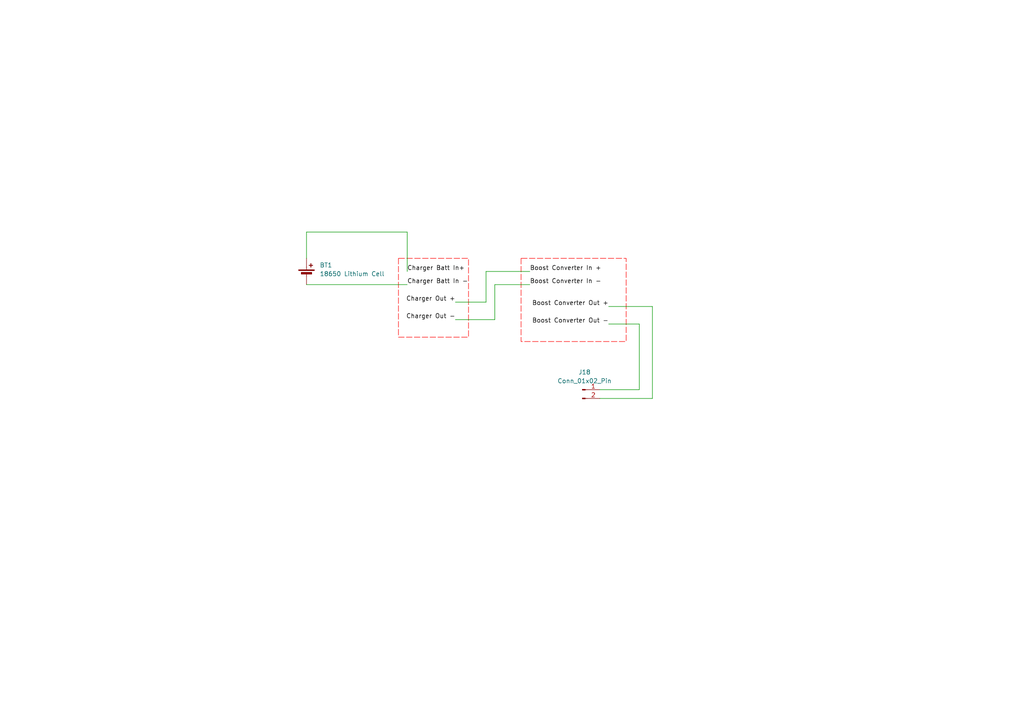
<source format=kicad_sch>
(kicad_sch (version 20250114) (generator "eeschema") (generator_version "9.0")
  (paper "A4")
  (lib_symbols
    (symbol "Connector:Conn_01x02_Pin" (pin_names (offset 1.016) (hide yes))
      (property "Reference" "J" (at 0 2.54 0))
      (property "Value" "Conn_01x02_Pin" (at 0 -5.08 0))
      (symbol "Conn_01x02_Pin_1_1"
        (rectangle (start 0.8636 0.127) (end 0 -0.127) (stroke (width 0.1524)) (fill (type outline)))
        (rectangle (start 0.8636 -2.413) (end 0 -2.667) (stroke (width 0.1524)) (fill (type outline)))
        (polyline (pts (xy 1.27 0) (xy 0.8636 0)) (stroke (width 0.1524)))
        (polyline (pts (xy 1.27 -2.54) (xy 0.8636 -2.54)) (stroke (width 0.1524)))
        (pin passive line (at 5.08 0 180) (length 3.81) (name "Pin_1") (number "1"))
        (pin passive line (at 5.08 -2.54 180) (length 3.81) (name "Pin_2") (number "2"))
      )
    )
    (symbol "Device:Battery_Cell" (pin_numbers (hide yes)) (pin_names (offset 0) (hide yes))
      (property "Reference" "BT" (at 2.54 2.54 0))
      (property "Value" "Battery_Cell" (at 2.54 0 0))
      (symbol "Battery_Cell_0_1"
        (rectangle (start -2.286 1.778) (end 2.286 1.524) (fill (type outline)))
        (rectangle (start -1.524 1.016) (end 1.524 0.508) (fill (type outline)))
        (polyline (pts (xy 0 1.778) (xy 0 2.54)))
        (polyline (pts (xy 0 0.762) (xy 0 0)))
        (polyline (pts (xy 0.762 3.048) (xy 1.778 3.048)) (stroke (width 0.254)))
        (polyline (pts (xy 1.27 3.556) (xy 1.27 2.54)) (stroke (width 0.254)))
      )
      (symbol "Battery_Cell_1_1"
        (pin passive line (at 0 5.08 270) (length 2.54) (name "+") (number "1"))
        (pin passive line (at 0 -2.54 90) (length 2.54) (name "-") (number "2"))
      )
    )
  )
  (wire (pts (xy 88.9 74.93) (xy 88.9 67.31)))
  (wire (pts (xy 143.51 92.71) (xy 143.51 82.55)))
  (wire (pts (xy 88.9 67.31) (xy 118.11 67.31)))
  (wire (pts (xy 132.08 87.63) (xy 140.97 87.63)))
  (wire (pts (xy 140.97 87.63) (xy 140.97 78.74)))
  (wire (pts (xy 176.53 93.98) (xy 185.42 93.98)))
  (wire (pts (xy 189.23 88.9) (xy 189.23 115.57)))
  (wire (pts (xy 132.08 92.71) (xy 143.51 92.71)))
  (wire (pts (xy 176.53 88.9) (xy 189.23 88.9)))
  (wire (pts (xy 143.51 82.55) (xy 153.67 82.55)))
  (wire (pts (xy 185.42 93.98) (xy 185.42 113.03)))
  (wire (pts (xy 140.97 78.74) (xy 153.67 78.74)))
  (wire (pts (xy 173.99 115.57) (xy 189.23 115.57)))
  (wire (pts (xy 88.9 82.55) (xy 118.11 82.55)))
  (wire (pts (xy 185.42 113.03) (xy 173.99 113.03)))
  (wire (pts (xy 118.11 67.31) (xy 118.11 78.74)))
  (label "Charger Out -" (at 132.08 92.71 180))
  (label "Charger Batt In -" (at 118.11 82.55 0))
  (label "Boost Converter In +" (at 153.67 78.74 0))
  (label "Charger Batt In+" (at 118.11 78.74 0))
  (label "Charger Out +" (at 132.08 87.63 180))
  (label "Boost Converter Out +" (at 176.53 88.9 180))
  (label "Boost Converter In -" (at 153.67 82.55 0))
  (label "Boost Converter Out -" (at 176.53 93.98 180))
  (rule_area (polyline (pts (xy 151.13 74.93) (xy 151.13 99.06) (xy 181.61 99.06) (xy 181.61 74.93)) (stroke (width 0) (type dash))))
  (rule_area (polyline (pts (xy 115.57 74.93) (xy 115.57 97.79) (xy 135.89 97.79) (xy 135.89 74.93)) (stroke (width 0) (type dash))))
  (symbol (lib_id "Connector:Conn_01x02_Pin") (at 168.91 113.03 0) (unit 1)
    (property "Reference" "J18" (at 169.545 107.95 0))
    (property "Value" "Conn_01x02_Pin" (at 169.545 110.49 0))
    (property "Description" "Generic connector, single row, 01x02, script generated" (effects (hide yes)))
  )
  (symbol (lib_id "Device:Battery_Cell") (at 88.9 80.01 0) (unit 1)
    (property "Reference" "BT1" (at 92.71 76.8984 0) (effects (justify left)))
    (property "Value" "18650 Lithium Cell" (at 92.71 79.4384 0) (effects (justify left)))
    (property "Description" "Single-cell battery" (effects (hide yes)))
  )
)
</source>
